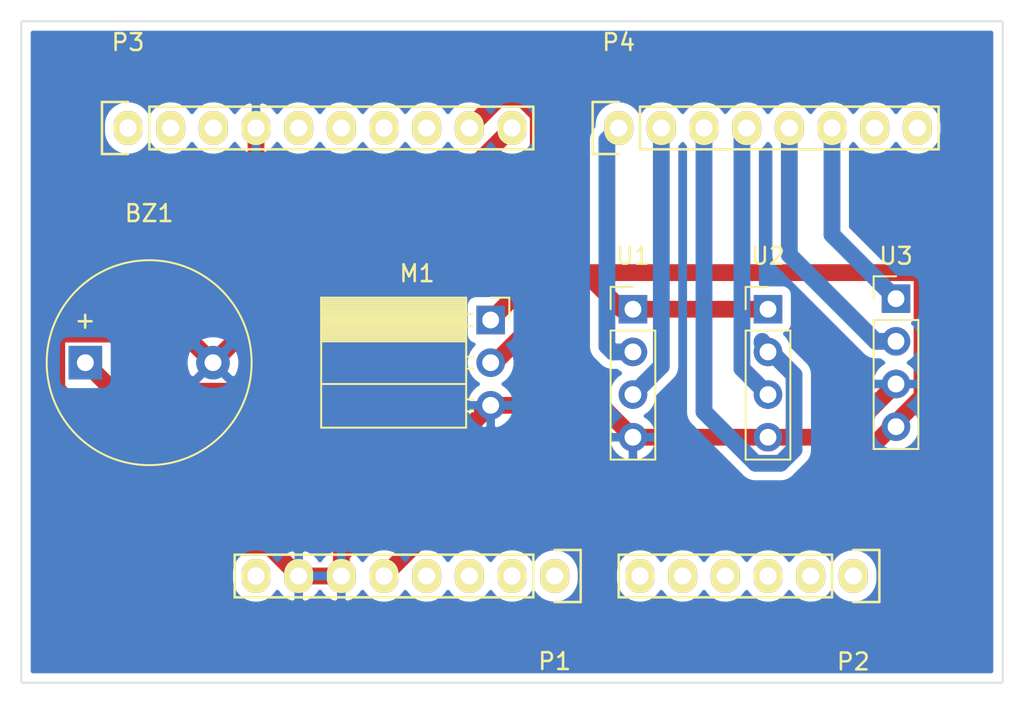
<source format=kicad_pcb>
(kicad_pcb (version 20171130) (host pcbnew "(5.1.10)-1")

  (general
    (thickness 1.6)
    (drawings 5)
    (tracks 57)
    (zones 0)
    (modules 9)
    (nets 31)
  )

  (page A4)
  (layers
    (0 F.Cu signal)
    (31 B.Cu signal)
    (32 B.Adhes user)
    (33 F.Adhes user)
    (34 B.Paste user)
    (35 F.Paste user)
    (36 B.SilkS user)
    (37 F.SilkS user)
    (38 B.Mask user)
    (39 F.Mask user)
    (40 Dwgs.User user)
    (41 Cmts.User user)
    (42 Eco1.User user)
    (43 Eco2.User user)
    (44 Edge.Cuts user)
    (45 Margin user)
    (46 B.CrtYd user)
    (47 F.CrtYd user)
    (48 B.Fab user)
    (49 F.Fab user)
  )

  (setup
    (last_trace_width 0.25)
    (user_trace_width 1)
    (user_trace_width 3)
    (trace_clearance 0.2)
    (zone_clearance 0.508)
    (zone_45_only no)
    (trace_min 0.2)
    (via_size 0.8)
    (via_drill 0.4)
    (via_min_size 0.4)
    (via_min_drill 0.3)
    (uvia_size 0.3)
    (uvia_drill 0.1)
    (uvias_allowed no)
    (uvia_min_size 0.2)
    (uvia_min_drill 0.1)
    (edge_width 0.1)
    (segment_width 0.2)
    (pcb_text_width 0.3)
    (pcb_text_size 1.5 1.5)
    (mod_edge_width 0.15)
    (mod_text_size 1 1)
    (mod_text_width 0.15)
    (pad_size 1.7272 2.032)
    (pad_drill 1.016)
    (pad_to_mask_clearance 0)
    (aux_axis_origin 0 0)
    (visible_elements 7FFFFFFF)
    (pcbplotparams
      (layerselection 0x010fc_ffffffff)
      (usegerberextensions false)
      (usegerberattributes true)
      (usegerberadvancedattributes true)
      (creategerberjobfile true)
      (excludeedgelayer true)
      (linewidth 0.100000)
      (plotframeref false)
      (viasonmask false)
      (mode 1)
      (useauxorigin false)
      (hpglpennumber 1)
      (hpglpenspeed 20)
      (hpglpendiameter 15.000000)
      (psnegative false)
      (psa4output false)
      (plotreference true)
      (plotvalue true)
      (plotinvisibletext false)
      (padsonsilk false)
      (subtractmaskfromsilk false)
      (outputformat 1)
      (mirror false)
      (drillshape 1)
      (scaleselection 1)
      (outputdirectory ""))
  )

  (net 0 "")
  (net 1 GND)
  (net 2 /8)
  (net 3 +5V)
  (net 4 +3V3)
  (net 5 "Net-(P1-Pad1)")
  (net 6 "/9(**)")
  (net 7 /2)
  (net 8 "/3(**)")
  (net 9 /4)
  (net 10 "/5(**)")
  (net 11 "/6(**)")
  (net 12 /7)
  (net 13 "Net-(P1-Pad3)")
  (net 14 "Net-(P1-Pad2)")
  (net 15 "Net-(P2-Pad1)")
  (net 16 "Net-(P2-Pad2)")
  (net 17 "Net-(P2-Pad3)")
  (net 18 "Net-(P2-Pad4)")
  (net 19 "Net-(P2-Pad5)")
  (net 20 "Net-(P2-Pad6)")
  (net 21 "Net-(P3-Pad1)")
  (net 22 "Net-(P3-Pad2)")
  (net 23 "Net-(P3-Pad3)")
  (net 24 "Net-(P3-Pad5)")
  (net 25 "Net-(P3-Pad6)")
  (net 26 "Net-(P3-Pad7)")
  (net 27 "Net-(P3-Pad8)")
  (net 28 "Net-(P4-Pad7)")
  (net 29 "Net-(P4-Pad8)")
  (net 30 "Net-(P1-Pad8)")

  (net_class Default "This is the default net class."
    (clearance 0.2)
    (trace_width 0.25)
    (via_dia 0.8)
    (via_drill 0.4)
    (uvia_dia 0.3)
    (uvia_drill 0.1)
    (add_net +3V3)
    (add_net +5V)
    (add_net /2)
    (add_net "/3(**)")
    (add_net /4)
    (add_net "/5(**)")
    (add_net "/6(**)")
    (add_net /7)
    (add_net /8)
    (add_net "/9(**)")
    (add_net GND)
    (add_net "Net-(P1-Pad1)")
    (add_net "Net-(P1-Pad2)")
    (add_net "Net-(P1-Pad3)")
    (add_net "Net-(P1-Pad8)")
    (add_net "Net-(P2-Pad1)")
    (add_net "Net-(P2-Pad2)")
    (add_net "Net-(P2-Pad3)")
    (add_net "Net-(P2-Pad4)")
    (add_net "Net-(P2-Pad5)")
    (add_net "Net-(P2-Pad6)")
    (add_net "Net-(P3-Pad1)")
    (add_net "Net-(P3-Pad2)")
    (add_net "Net-(P3-Pad3)")
    (add_net "Net-(P3-Pad5)")
    (add_net "Net-(P3-Pad6)")
    (add_net "Net-(P3-Pad7)")
    (add_net "Net-(P3-Pad8)")
    (add_net "Net-(P4-Pad7)")
    (add_net "Net-(P4-Pad8)")
  )

  (module Connector_PinHeader_2.54mm:PinHeader_1x04_P2.54mm_Vertical (layer F.Cu) (tedit 59FED5CC) (tstamp 6194BC2D)
    (at 93.98 82.55)
    (descr "Through hole straight pin header, 1x04, 2.54mm pitch, single row")
    (tags "Through hole pin header THT 1x04 2.54mm single row")
    (path /6184A1DB)
    (fp_text reference U3 (at 0 -2.54) (layer F.SilkS)
      (effects (font (size 1 1) (thickness 0.15)))
    )
    (fp_text value 5463BW (at 1.27 10.16) (layer F.Fab)
      (effects (font (size 1 1) (thickness 0.15)))
    )
    (fp_line (start -0.635 -1.27) (end 1.27 -1.27) (layer F.Fab) (width 0.1))
    (fp_line (start 1.27 -1.27) (end 1.27 8.89) (layer F.Fab) (width 0.1))
    (fp_line (start 1.27 8.89) (end -1.27 8.89) (layer F.Fab) (width 0.1))
    (fp_line (start -1.27 8.89) (end -1.27 -0.635) (layer F.Fab) (width 0.1))
    (fp_line (start -1.27 -0.635) (end -0.635 -1.27) (layer F.Fab) (width 0.1))
    (fp_line (start -1.33 8.95) (end 1.33 8.95) (layer F.SilkS) (width 0.12))
    (fp_line (start -1.33 1.27) (end -1.33 8.95) (layer F.SilkS) (width 0.12))
    (fp_line (start 1.33 1.27) (end 1.33 8.95) (layer F.SilkS) (width 0.12))
    (fp_line (start -1.33 1.27) (end 1.33 1.27) (layer F.SilkS) (width 0.12))
    (fp_line (start -1.33 0) (end -1.33 -1.33) (layer F.SilkS) (width 0.12))
    (fp_line (start -1.33 -1.33) (end 0 -1.33) (layer F.SilkS) (width 0.12))
    (fp_line (start -1.8 -1.8) (end -1.8 9.4) (layer F.CrtYd) (width 0.05))
    (fp_line (start -1.8 9.4) (end 1.8 9.4) (layer F.CrtYd) (width 0.05))
    (fp_line (start 1.8 9.4) (end 1.8 -1.8) (layer F.CrtYd) (width 0.05))
    (fp_line (start 1.8 -1.8) (end -1.8 -1.8) (layer F.CrtYd) (width 0.05))
    (fp_text user %R (at 0 3.81 90) (layer F.Fab)
      (effects (font (size 1 1) (thickness 0.15)))
    )
    (pad 4 thru_hole oval (at 0 7.62) (size 1.7 1.7) (drill 1) (layers *.Cu *.Mask)
      (net 3 +5V))
    (pad 3 thru_hole oval (at 0 5.08) (size 1.7 1.7) (drill 1) (layers *.Cu *.Mask)
      (net 1 GND))
    (pad 2 thru_hole oval (at 0 2.54) (size 1.7 1.7) (drill 1) (layers *.Cu *.Mask)
      (net 8 "/3(**)"))
    (pad 1 thru_hole rect (at 0 0) (size 1.7 1.7) (drill 1) (layers *.Cu *.Mask)
      (net 7 /2))
    (model ${KISYS3DMOD}/Connector_PinHeader_2.54mm.3dshapes/PinHeader_1x04_P2.54mm_Vertical.wrl
      (at (xyz 0 0 0))
      (scale (xyz 1 1 1))
      (rotate (xyz 0 0 0))
    )
  )

  (module Connector_PinHeader_2.54mm:PinHeader_1x04_P2.54mm_Vertical (layer F.Cu) (tedit 59FED5CC) (tstamp 6194BC15)
    (at 86.36 83.18)
    (descr "Through hole straight pin header, 1x04, 2.54mm pitch, single row")
    (tags "Through hole pin header THT 1x04 2.54mm single row")
    (path /61999ED2)
    (fp_text reference U2 (at 0 -3.17) (layer F.SilkS)
      (effects (font (size 1 1) (thickness 0.15)))
    )
    (fp_text value Ultrasonic (at 0 9.95) (layer F.Fab)
      (effects (font (size 1 1) (thickness 0.15)))
    )
    (fp_line (start -0.635 -1.27) (end 1.27 -1.27) (layer F.Fab) (width 0.1))
    (fp_line (start 1.27 -1.27) (end 1.27 8.89) (layer F.Fab) (width 0.1))
    (fp_line (start 1.27 8.89) (end -1.27 8.89) (layer F.Fab) (width 0.1))
    (fp_line (start -1.27 8.89) (end -1.27 -0.635) (layer F.Fab) (width 0.1))
    (fp_line (start -1.27 -0.635) (end -0.635 -1.27) (layer F.Fab) (width 0.1))
    (fp_line (start -1.33 8.95) (end 1.33 8.95) (layer F.SilkS) (width 0.12))
    (fp_line (start -1.33 1.27) (end -1.33 8.95) (layer F.SilkS) (width 0.12))
    (fp_line (start 1.33 1.27) (end 1.33 8.95) (layer F.SilkS) (width 0.12))
    (fp_line (start -1.33 1.27) (end 1.33 1.27) (layer F.SilkS) (width 0.12))
    (fp_line (start -1.33 0) (end -1.33 -1.33) (layer F.SilkS) (width 0.12))
    (fp_line (start -1.33 -1.33) (end 0 -1.33) (layer F.SilkS) (width 0.12))
    (fp_line (start -1.8 -1.8) (end -1.8 9.4) (layer F.CrtYd) (width 0.05))
    (fp_line (start -1.8 9.4) (end 1.8 9.4) (layer F.CrtYd) (width 0.05))
    (fp_line (start 1.8 9.4) (end 1.8 -1.8) (layer F.CrtYd) (width 0.05))
    (fp_line (start 1.8 -1.8) (end -1.8 -1.8) (layer F.CrtYd) (width 0.05))
    (fp_text user %R (at 0 3.81 90) (layer F.Fab)
      (effects (font (size 1 1) (thickness 0.15)))
    )
    (pad 4 thru_hole oval (at 0 7.62) (size 1.7 1.7) (drill 1) (layers *.Cu *.Mask)
      (net 1 GND))
    (pad 3 thru_hole oval (at 0 5.08) (size 1.7 1.7) (drill 1) (layers *.Cu *.Mask)
      (net 9 /4))
    (pad 2 thru_hole oval (at 0 2.54) (size 1.7 1.7) (drill 1) (layers *.Cu *.Mask)
      (net 10 "/5(**)"))
    (pad 1 thru_hole rect (at 0 0) (size 1.7 1.7) (drill 1) (layers *.Cu *.Mask)
      (net 3 +5V))
    (model ${KISYS3DMOD}/Connector_PinHeader_2.54mm.3dshapes/PinHeader_1x04_P2.54mm_Vertical.wrl
      (at (xyz 0 0 0))
      (scale (xyz 1 1 1))
      (rotate (xyz 0 0 0))
    )
  )

  (module Connector_PinHeader_2.54mm:PinHeader_1x04_P2.54mm_Vertical (layer F.Cu) (tedit 59FED5CC) (tstamp 6194BBFD)
    (at 78.32 83.18)
    (descr "Through hole straight pin header, 1x04, 2.54mm pitch, single row")
    (tags "Through hole pin header THT 1x04 2.54mm single row")
    (path /619992C1)
    (fp_text reference U1 (at 0 -3.17) (layer F.SilkS)
      (effects (font (size 1 1) (thickness 0.15)))
    )
    (fp_text value Ultrasonic (at 0 9.95) (layer F.Fab)
      (effects (font (size 1 1) (thickness 0.15)))
    )
    (fp_line (start -0.635 -1.27) (end 1.27 -1.27) (layer F.Fab) (width 0.1))
    (fp_line (start 1.27 -1.27) (end 1.27 8.89) (layer F.Fab) (width 0.1))
    (fp_line (start 1.27 8.89) (end -1.27 8.89) (layer F.Fab) (width 0.1))
    (fp_line (start -1.27 8.89) (end -1.27 -0.635) (layer F.Fab) (width 0.1))
    (fp_line (start -1.27 -0.635) (end -0.635 -1.27) (layer F.Fab) (width 0.1))
    (fp_line (start -1.33 8.95) (end 1.33 8.95) (layer F.SilkS) (width 0.12))
    (fp_line (start -1.33 1.27) (end -1.33 8.95) (layer F.SilkS) (width 0.12))
    (fp_line (start 1.33 1.27) (end 1.33 8.95) (layer F.SilkS) (width 0.12))
    (fp_line (start -1.33 1.27) (end 1.33 1.27) (layer F.SilkS) (width 0.12))
    (fp_line (start -1.33 0) (end -1.33 -1.33) (layer F.SilkS) (width 0.12))
    (fp_line (start -1.33 -1.33) (end 0 -1.33) (layer F.SilkS) (width 0.12))
    (fp_line (start -1.8 -1.8) (end -1.8 9.4) (layer F.CrtYd) (width 0.05))
    (fp_line (start -1.8 9.4) (end 1.8 9.4) (layer F.CrtYd) (width 0.05))
    (fp_line (start 1.8 9.4) (end 1.8 -1.8) (layer F.CrtYd) (width 0.05))
    (fp_line (start 1.8 -1.8) (end -1.8 -1.8) (layer F.CrtYd) (width 0.05))
    (fp_text user %R (at 0 3.81 90) (layer F.Fab)
      (effects (font (size 1 1) (thickness 0.15)))
    )
    (pad 4 thru_hole oval (at 0 7.62) (size 1.7 1.7) (drill 1) (layers *.Cu *.Mask)
      (net 1 GND))
    (pad 3 thru_hole oval (at 0 5.08) (size 1.7 1.7) (drill 1) (layers *.Cu *.Mask)
      (net 11 "/6(**)"))
    (pad 2 thru_hole oval (at 0 2.54) (size 1.7 1.7) (drill 1) (layers *.Cu *.Mask)
      (net 12 /7))
    (pad 1 thru_hole rect (at 0 0) (size 1.7 1.7) (drill 1) (layers *.Cu *.Mask)
      (net 3 +5V))
    (model ${KISYS3DMOD}/Connector_PinHeader_2.54mm.3dshapes/PinHeader_1x04_P2.54mm_Vertical.wrl
      (at (xyz 0 0 0))
      (scale (xyz 1 1 1))
      (rotate (xyz 0 0 0))
    )
  )

  (module Socket_Arduino_Uno:Socket_Strip_Arduino_1x08 (layer F.Cu) (tedit 551AF8B3) (tstamp 6194BBE5)
    (at 77.47 72.39)
    (descr "Through hole socket strip")
    (tags "socket strip")
    (path /56D7164F)
    (fp_text reference P4 (at 0 -5.1) (layer F.SilkS)
      (effects (font (size 1 1) (thickness 0.15)))
    )
    (fp_text value Digital (at 0 -3.1) (layer F.Fab)
      (effects (font (size 1 1) (thickness 0.15)))
    )
    (fp_line (start -1.75 -1.75) (end -1.75 1.75) (layer F.CrtYd) (width 0.05))
    (fp_line (start 19.55 -1.75) (end 19.55 1.75) (layer F.CrtYd) (width 0.05))
    (fp_line (start -1.75 -1.75) (end 19.55 -1.75) (layer F.CrtYd) (width 0.05))
    (fp_line (start -1.75 1.75) (end 19.55 1.75) (layer F.CrtYd) (width 0.05))
    (fp_line (start 1.27 1.27) (end 19.05 1.27) (layer F.SilkS) (width 0.15))
    (fp_line (start 19.05 1.27) (end 19.05 -1.27) (layer F.SilkS) (width 0.15))
    (fp_line (start 19.05 -1.27) (end 1.27 -1.27) (layer F.SilkS) (width 0.15))
    (fp_line (start -1.55 1.55) (end 0 1.55) (layer F.SilkS) (width 0.15))
    (fp_line (start 1.27 1.27) (end 1.27 -1.27) (layer F.SilkS) (width 0.15))
    (fp_line (start 0 -1.55) (end -1.55 -1.55) (layer F.SilkS) (width 0.15))
    (fp_line (start -1.55 -1.55) (end -1.55 1.55) (layer F.SilkS) (width 0.15))
    (pad 8 thru_hole oval (at 17.78 0) (size 1.7272 2.032) (drill 1.016) (layers *.Cu *.Mask F.SilkS)
      (net 29 "Net-(P4-Pad8)"))
    (pad 7 thru_hole oval (at 15.24 0) (size 1.7272 2.032) (drill 1.016) (layers *.Cu *.Mask F.SilkS)
      (net 28 "Net-(P4-Pad7)"))
    (pad 6 thru_hole oval (at 12.7 0) (size 1.7272 2.032) (drill 1.016) (layers *.Cu *.Mask F.SilkS)
      (net 7 /2))
    (pad 5 thru_hole oval (at 10.16 0) (size 1.7272 2.032) (drill 1.016) (layers *.Cu *.Mask F.SilkS)
      (net 8 "/3(**)"))
    (pad 4 thru_hole oval (at 7.62 0) (size 1.7272 2.032) (drill 1.016) (layers *.Cu *.Mask F.SilkS)
      (net 9 /4))
    (pad 3 thru_hole oval (at 5.08 0) (size 1.7272 2.032) (drill 1.016) (layers *.Cu *.Mask F.SilkS)
      (net 10 "/5(**)"))
    (pad 2 thru_hole oval (at 2.54 0) (size 1.7272 2.032) (drill 1.016) (layers *.Cu *.Mask F.SilkS)
      (net 11 "/6(**)"))
    (pad 1 thru_hole oval (at 0 0) (size 1.7272 2.032) (drill 1.016) (layers *.Cu *.Mask F.SilkS)
      (net 12 /7))
    (model ${KIPRJMOD}/Socket_Arduino_Uno.3dshapes/Socket_header_Arduino_1x08.wrl
      (offset (xyz 8.889999866485596 0 0))
      (scale (xyz 1 1 1))
      (rotate (xyz 0 0 180))
    )
  )

  (module Socket_Arduino_Uno:Socket_Strip_Arduino_1x10 (layer F.Cu) (tedit 551AF8D9) (tstamp 6194BBCE)
    (at 48.26 72.39)
    (descr "Through hole socket strip")
    (tags "socket strip")
    (path /56D721E0)
    (fp_text reference P3 (at 0 -5.1) (layer F.SilkS)
      (effects (font (size 1 1) (thickness 0.15)))
    )
    (fp_text value Digital (at 0 -3.1) (layer F.Fab)
      (effects (font (size 1 1) (thickness 0.15)))
    )
    (fp_line (start -1.75 -1.75) (end -1.75 1.75) (layer F.CrtYd) (width 0.05))
    (fp_line (start 24.65 -1.75) (end 24.65 1.75) (layer F.CrtYd) (width 0.05))
    (fp_line (start -1.75 -1.75) (end 24.65 -1.75) (layer F.CrtYd) (width 0.05))
    (fp_line (start -1.75 1.75) (end 24.65 1.75) (layer F.CrtYd) (width 0.05))
    (fp_line (start 1.27 1.27) (end 24.13 1.27) (layer F.SilkS) (width 0.15))
    (fp_line (start 24.13 1.27) (end 24.13 -1.27) (layer F.SilkS) (width 0.15))
    (fp_line (start 24.13 -1.27) (end 1.27 -1.27) (layer F.SilkS) (width 0.15))
    (fp_line (start -1.55 1.55) (end 0 1.55) (layer F.SilkS) (width 0.15))
    (fp_line (start 1.27 1.27) (end 1.27 -1.27) (layer F.SilkS) (width 0.15))
    (fp_line (start 0 -1.55) (end -1.55 -1.55) (layer F.SilkS) (width 0.15))
    (fp_line (start -1.55 -1.55) (end -1.55 1.55) (layer F.SilkS) (width 0.15))
    (pad 10 thru_hole oval (at 22.86 0) (size 1.7272 2.032) (drill 1.016) (layers *.Cu *.Mask F.SilkS)
      (net 2 /8))
    (pad 9 thru_hole oval (at 20.32 0) (size 1.7272 2.032) (drill 1.016) (layers *.Cu *.Mask F.SilkS)
      (net 6 "/9(**)"))
    (pad 8 thru_hole oval (at 17.78 0) (size 1.7272 2.032) (drill 1.016) (layers *.Cu *.Mask F.SilkS)
      (net 27 "Net-(P3-Pad8)"))
    (pad 7 thru_hole oval (at 15.24 0) (size 1.7272 2.032) (drill 1.016) (layers *.Cu *.Mask F.SilkS)
      (net 26 "Net-(P3-Pad7)"))
    (pad 6 thru_hole oval (at 12.7 0) (size 1.7272 2.032) (drill 1.016) (layers *.Cu *.Mask F.SilkS)
      (net 25 "Net-(P3-Pad6)"))
    (pad 5 thru_hole oval (at 10.16 0) (size 1.7272 2.032) (drill 1.016) (layers *.Cu *.Mask F.SilkS)
      (net 24 "Net-(P3-Pad5)"))
    (pad 4 thru_hole oval (at 7.62 0) (size 1.7272 2.032) (drill 1.016) (layers *.Cu *.Mask F.SilkS)
      (net 1 GND))
    (pad 3 thru_hole oval (at 5.08 0) (size 1.7272 2.032) (drill 1.016) (layers *.Cu *.Mask F.SilkS)
      (net 23 "Net-(P3-Pad3)"))
    (pad 2 thru_hole oval (at 2.54 0) (size 1.7272 2.032) (drill 1.016) (layers *.Cu *.Mask F.SilkS)
      (net 22 "Net-(P3-Pad2)"))
    (pad 1 thru_hole oval (at 0 0) (size 1.7272 2.032) (drill 1.016) (layers *.Cu *.Mask F.SilkS)
      (net 21 "Net-(P3-Pad1)"))
    (model ${KIPRJMOD}/Socket_Arduino_Uno.3dshapes/Socket_header_Arduino_1x10.wrl
      (offset (xyz 11.42999982833862 0 0))
      (scale (xyz 1 1 1))
      (rotate (xyz 0 0 180))
    )
  )

  (module Socket_Arduino_Uno:Socket_Strip_Arduino_1x06 (layer F.Cu) (tedit 551AF7D9) (tstamp 6194BBB5)
    (at 91.44 99.06 180)
    (descr "Through hole socket strip")
    (tags "socket strip")
    (path /56D70DD8)
    (fp_text reference P2 (at 0 -5.1) (layer F.SilkS)
      (effects (font (size 1 1) (thickness 0.15)))
    )
    (fp_text value Analog (at 0 -3.1) (layer F.Fab)
      (effects (font (size 1 1) (thickness 0.15)))
    )
    (fp_line (start -1.75 -1.75) (end -1.75 1.75) (layer F.CrtYd) (width 0.05))
    (fp_line (start 14.45 -1.75) (end 14.45 1.75) (layer F.CrtYd) (width 0.05))
    (fp_line (start -1.75 -1.75) (end 14.45 -1.75) (layer F.CrtYd) (width 0.05))
    (fp_line (start -1.75 1.75) (end 14.45 1.75) (layer F.CrtYd) (width 0.05))
    (fp_line (start 1.27 1.27) (end 13.97 1.27) (layer F.SilkS) (width 0.15))
    (fp_line (start 13.97 1.27) (end 13.97 -1.27) (layer F.SilkS) (width 0.15))
    (fp_line (start 13.97 -1.27) (end 1.27 -1.27) (layer F.SilkS) (width 0.15))
    (fp_line (start -1.55 1.55) (end 0 1.55) (layer F.SilkS) (width 0.15))
    (fp_line (start 1.27 1.27) (end 1.27 -1.27) (layer F.SilkS) (width 0.15))
    (fp_line (start 0 -1.55) (end -1.55 -1.55) (layer F.SilkS) (width 0.15))
    (fp_line (start -1.55 -1.55) (end -1.55 1.55) (layer F.SilkS) (width 0.15))
    (pad 6 thru_hole oval (at 12.7 0 180) (size 1.7272 2.032) (drill 1.016) (layers *.Cu *.Mask F.SilkS)
      (net 20 "Net-(P2-Pad6)"))
    (pad 5 thru_hole oval (at 10.16 0 180) (size 1.7272 2.032) (drill 1.016) (layers *.Cu *.Mask F.SilkS)
      (net 19 "Net-(P2-Pad5)"))
    (pad 4 thru_hole oval (at 7.62 0 180) (size 1.7272 2.032) (drill 1.016) (layers *.Cu *.Mask F.SilkS)
      (net 18 "Net-(P2-Pad4)"))
    (pad 3 thru_hole oval (at 5.08 0 180) (size 1.7272 2.032) (drill 1.016) (layers *.Cu *.Mask F.SilkS)
      (net 17 "Net-(P2-Pad3)"))
    (pad 2 thru_hole oval (at 2.54 0 180) (size 1.7272 2.032) (drill 1.016) (layers *.Cu *.Mask F.SilkS)
      (net 16 "Net-(P2-Pad2)"))
    (pad 1 thru_hole oval (at 0 0 180) (size 1.7272 2.032) (drill 1.016) (layers *.Cu *.Mask F.SilkS)
      (net 15 "Net-(P2-Pad1)"))
    (model ${KIPRJMOD}/Socket_Arduino_Uno.3dshapes/Socket_header_Arduino_1x06.wrl
      (offset (xyz 6.349999904632568 0 0))
      (scale (xyz 1 1 1))
      (rotate (xyz 0 0 180))
    )
  )

  (module Socket_Arduino_Uno:Socket_Strip_Arduino_1x08 (layer F.Cu) (tedit 551AF8B3) (tstamp 6194BBA0)
    (at 73.66 99.06 180)
    (descr "Through hole socket strip")
    (tags "socket strip")
    (path /56D70129)
    (fp_text reference P1 (at 0 -5.08) (layer F.SilkS)
      (effects (font (size 1 1) (thickness 0.15)))
    )
    (fp_text value Power (at 0 -3.1) (layer F.Fab)
      (effects (font (size 1 1) (thickness 0.15)))
    )
    (fp_line (start -1.75 -1.75) (end -1.75 1.75) (layer F.CrtYd) (width 0.05))
    (fp_line (start 19.55 -1.75) (end 19.55 1.75) (layer F.CrtYd) (width 0.05))
    (fp_line (start -1.75 -1.75) (end 19.55 -1.75) (layer F.CrtYd) (width 0.05))
    (fp_line (start -1.75 1.75) (end 19.55 1.75) (layer F.CrtYd) (width 0.05))
    (fp_line (start 1.27 1.27) (end 19.05 1.27) (layer F.SilkS) (width 0.15))
    (fp_line (start 19.05 1.27) (end 19.05 -1.27) (layer F.SilkS) (width 0.15))
    (fp_line (start 19.05 -1.27) (end 1.27 -1.27) (layer F.SilkS) (width 0.15))
    (fp_line (start -1.55 1.55) (end 0 1.55) (layer F.SilkS) (width 0.15))
    (fp_line (start 1.27 1.27) (end 1.27 -1.27) (layer F.SilkS) (width 0.15))
    (fp_line (start 0 -1.55) (end -1.55 -1.55) (layer F.SilkS) (width 0.15))
    (fp_line (start -1.55 -1.55) (end -1.55 1.55) (layer F.SilkS) (width 0.15))
    (pad 8 thru_hole oval (at 17.78 0 180) (size 1.7272 2.032) (drill 1.016) (layers *.Cu *.Mask F.SilkS)
      (net 30 "Net-(P1-Pad8)"))
    (pad 7 thru_hole oval (at 15.24 0 180) (size 1.7272 2.032) (drill 1.016) (layers *.Cu *.Mask F.SilkS)
      (net 1 GND))
    (pad 6 thru_hole oval (at 12.7 0 180) (size 1.7272 2.032) (drill 1.016) (layers *.Cu *.Mask F.SilkS)
      (net 1 GND))
    (pad 5 thru_hole oval (at 10.16 0 180) (size 1.7272 2.032) (drill 1.016) (layers *.Cu *.Mask F.SilkS)
      (net 3 +5V))
    (pad 4 thru_hole oval (at 7.62 0 180) (size 1.7272 2.032) (drill 1.016) (layers *.Cu *.Mask F.SilkS)
      (net 4 +3V3))
    (pad 3 thru_hole oval (at 5.08 0 180) (size 1.7272 2.032) (drill 1.016) (layers *.Cu *.Mask F.SilkS)
      (net 13 "Net-(P1-Pad3)"))
    (pad 2 thru_hole oval (at 2.54 0 180) (size 1.7272 2.032) (drill 1.016) (layers *.Cu *.Mask F.SilkS)
      (net 14 "Net-(P1-Pad2)"))
    (pad 1 thru_hole oval (at 0 0 180) (size 1.7272 2.032) (drill 1.016) (layers *.Cu *.Mask F.SilkS)
      (net 5 "Net-(P1-Pad1)"))
    (model ${KIPRJMOD}/Socket_Arduino_Uno.3dshapes/Socket_header_Arduino_1x08.wrl
      (offset (xyz 8.889999866485596 0 0))
      (scale (xyz 1 1 1))
      (rotate (xyz 0 0 180))
    )
  )

  (module Connector_PinSocket_2.54mm:PinSocket_1x03_P2.54mm_Horizontal (layer F.Cu) (tedit 5A19A429) (tstamp 6194BB89)
    (at 69.85 83.82)
    (descr "Through hole angled socket strip, 1x03, 2.54mm pitch, 8.51mm socket length, single row (from Kicad 4.0.7), script generated")
    (tags "Through hole angled socket strip THT 1x03 2.54mm single row")
    (path /61843C85)
    (fp_text reference M1 (at -4.38 -2.77) (layer F.SilkS)
      (effects (font (size 1 1) (thickness 0.15)))
    )
    (fp_text value Motor_Servo (at -4.38 7.85) (layer F.Fab)
      (effects (font (size 1 1) (thickness 0.15)))
    )
    (fp_line (start -10.03 -1.27) (end -2.49 -1.27) (layer F.Fab) (width 0.1))
    (fp_line (start -2.49 -1.27) (end -1.52 -0.3) (layer F.Fab) (width 0.1))
    (fp_line (start -1.52 -0.3) (end -1.52 6.35) (layer F.Fab) (width 0.1))
    (fp_line (start -1.52 6.35) (end -10.03 6.35) (layer F.Fab) (width 0.1))
    (fp_line (start -10.03 6.35) (end -10.03 -1.27) (layer F.Fab) (width 0.1))
    (fp_line (start 0 -0.3) (end -1.52 -0.3) (layer F.Fab) (width 0.1))
    (fp_line (start -1.52 0.3) (end 0 0.3) (layer F.Fab) (width 0.1))
    (fp_line (start 0 0.3) (end 0 -0.3) (layer F.Fab) (width 0.1))
    (fp_line (start 0 2.24) (end -1.52 2.24) (layer F.Fab) (width 0.1))
    (fp_line (start -1.52 2.84) (end 0 2.84) (layer F.Fab) (width 0.1))
    (fp_line (start 0 2.84) (end 0 2.24) (layer F.Fab) (width 0.1))
    (fp_line (start 0 4.78) (end -1.52 4.78) (layer F.Fab) (width 0.1))
    (fp_line (start -1.52 5.38) (end 0 5.38) (layer F.Fab) (width 0.1))
    (fp_line (start 0 5.38) (end 0 4.78) (layer F.Fab) (width 0.1))
    (fp_line (start -10.09 -1.21) (end -1.46 -1.21) (layer F.SilkS) (width 0.12))
    (fp_line (start -10.09 -1.091905) (end -1.46 -1.091905) (layer F.SilkS) (width 0.12))
    (fp_line (start -10.09 -0.97381) (end -1.46 -0.97381) (layer F.SilkS) (width 0.12))
    (fp_line (start -10.09 -0.855715) (end -1.46 -0.855715) (layer F.SilkS) (width 0.12))
    (fp_line (start -10.09 -0.73762) (end -1.46 -0.73762) (layer F.SilkS) (width 0.12))
    (fp_line (start -10.09 -0.619525) (end -1.46 -0.619525) (layer F.SilkS) (width 0.12))
    (fp_line (start -10.09 -0.50143) (end -1.46 -0.50143) (layer F.SilkS) (width 0.12))
    (fp_line (start -10.09 -0.383335) (end -1.46 -0.383335) (layer F.SilkS) (width 0.12))
    (fp_line (start -10.09 -0.26524) (end -1.46 -0.26524) (layer F.SilkS) (width 0.12))
    (fp_line (start -10.09 -0.147145) (end -1.46 -0.147145) (layer F.SilkS) (width 0.12))
    (fp_line (start -10.09 -0.02905) (end -1.46 -0.02905) (layer F.SilkS) (width 0.12))
    (fp_line (start -10.09 0.089045) (end -1.46 0.089045) (layer F.SilkS) (width 0.12))
    (fp_line (start -10.09 0.20714) (end -1.46 0.20714) (layer F.SilkS) (width 0.12))
    (fp_line (start -10.09 0.325235) (end -1.46 0.325235) (layer F.SilkS) (width 0.12))
    (fp_line (start -10.09 0.44333) (end -1.46 0.44333) (layer F.SilkS) (width 0.12))
    (fp_line (start -10.09 0.561425) (end -1.46 0.561425) (layer F.SilkS) (width 0.12))
    (fp_line (start -10.09 0.67952) (end -1.46 0.67952) (layer F.SilkS) (width 0.12))
    (fp_line (start -10.09 0.797615) (end -1.46 0.797615) (layer F.SilkS) (width 0.12))
    (fp_line (start -10.09 0.91571) (end -1.46 0.91571) (layer F.SilkS) (width 0.12))
    (fp_line (start -10.09 1.033805) (end -1.46 1.033805) (layer F.SilkS) (width 0.12))
    (fp_line (start -10.09 1.1519) (end -1.46 1.1519) (layer F.SilkS) (width 0.12))
    (fp_line (start -1.46 -0.36) (end -1.11 -0.36) (layer F.SilkS) (width 0.12))
    (fp_line (start -1.46 0.36) (end -1.11 0.36) (layer F.SilkS) (width 0.12))
    (fp_line (start -1.46 2.18) (end -1.05 2.18) (layer F.SilkS) (width 0.12))
    (fp_line (start -1.46 2.9) (end -1.05 2.9) (layer F.SilkS) (width 0.12))
    (fp_line (start -1.46 4.72) (end -1.05 4.72) (layer F.SilkS) (width 0.12))
    (fp_line (start -1.46 5.44) (end -1.05 5.44) (layer F.SilkS) (width 0.12))
    (fp_line (start -10.09 1.27) (end -1.46 1.27) (layer F.SilkS) (width 0.12))
    (fp_line (start -10.09 3.81) (end -1.46 3.81) (layer F.SilkS) (width 0.12))
    (fp_line (start -10.09 -1.33) (end -1.46 -1.33) (layer F.SilkS) (width 0.12))
    (fp_line (start -1.46 -1.33) (end -1.46 6.41) (layer F.SilkS) (width 0.12))
    (fp_line (start -10.09 6.41) (end -1.46 6.41) (layer F.SilkS) (width 0.12))
    (fp_line (start -10.09 -1.33) (end -10.09 6.41) (layer F.SilkS) (width 0.12))
    (fp_line (start 1.11 -1.33) (end 1.11 0) (layer F.SilkS) (width 0.12))
    (fp_line (start 0 -1.33) (end 1.11 -1.33) (layer F.SilkS) (width 0.12))
    (fp_line (start 1.75 -1.8) (end -10.55 -1.8) (layer F.CrtYd) (width 0.05))
    (fp_line (start -10.55 -1.8) (end -10.55 6.85) (layer F.CrtYd) (width 0.05))
    (fp_line (start -10.55 6.85) (end 1.75 6.85) (layer F.CrtYd) (width 0.05))
    (fp_line (start 1.75 6.85) (end 1.75 -1.8) (layer F.CrtYd) (width 0.05))
    (fp_text user %R (at -5.775 2.54) (layer F.Fab)
      (effects (font (size 1 1) (thickness 0.15)))
    )
    (pad 3 thru_hole oval (at 0 5.08) (size 1.7 1.7) (drill 1) (layers *.Cu *.Mask)
      (net 1 GND))
    (pad 2 thru_hole oval (at 0 2.54) (size 1.7 1.7) (drill 1) (layers *.Cu *.Mask)
      (net 3 +5V))
    (pad 1 thru_hole rect (at 0 0) (size 1.7 1.7) (drill 1) (layers *.Cu *.Mask)
      (net 6 "/9(**)"))
    (model ${KISYS3DMOD}/Connector_PinSocket_2.54mm.3dshapes/PinSocket_1x03_P2.54mm_Horizontal.wrl
      (at (xyz 0 0 0))
      (scale (xyz 1 1 1))
      (rotate (xyz 0 0 0))
    )
  )

  (module Buzzer_Beeper:Buzzer_12x9.5RM7.6 (layer F.Cu) (tedit 5A030281) (tstamp 6194BB4C)
    (at 45.72 86.36)
    (descr "Generic Buzzer, D12mm height 9.5mm with RM7.6mm")
    (tags buzzer)
    (path /61843145)
    (fp_text reference BZ1 (at 3.8 -8.89) (layer F.SilkS)
      (effects (font (size 1 1) (thickness 0.15)))
    )
    (fp_text value Buzzer (at 3.81 -7.62) (layer F.Fab)
      (effects (font (size 1 1) (thickness 0.15)))
    )
    (fp_circle (center 3.8 0) (end 10.05 0) (layer F.CrtYd) (width 0.05))
    (fp_circle (center 3.8 0) (end 9.8 0) (layer F.Fab) (width 0.1))
    (fp_circle (center 3.8 0) (end 4.8 0) (layer F.Fab) (width 0.1))
    (fp_circle (center 3.8 0) (end 9.9 0) (layer F.SilkS) (width 0.12))
    (fp_text user %R (at 3.8 -4) (layer F.Fab)
      (effects (font (size 1 1) (thickness 0.15)))
    )
    (fp_text user + (at -0.01 -2.54) (layer F.SilkS)
      (effects (font (size 1 1) (thickness 0.15)))
    )
    (fp_text user + (at -0.01 -2.54) (layer F.Fab)
      (effects (font (size 1 1) (thickness 0.15)))
    )
    (pad 2 thru_hole circle (at 7.6 0) (size 2 2) (drill 1) (layers *.Cu *.Mask)
      (net 1 GND))
    (pad 1 thru_hole rect (at 0 0) (size 2 2) (drill 1) (layers *.Cu *.Mask)
      (net 2 /8))
    (model ${KISYS3DMOD}/Buzzer_Beeper.3dshapes/Buzzer_12x9.5RM7.6.wrl
      (at (xyz 0 0 0))
      (scale (xyz 1 1 1))
      (rotate (xyz 0 0 0))
    )
  )

  (gr_text "ECE 411\nTeam 13\nR.C.A\nV.2\n11/17/21\n" (at 46.99 100.33) (layer Dwgs.User)
    (effects (font (size 1 1) (thickness 0.15)))
  )
  (gr_line (start 100.33 66.04) (end 41.91 66.04) (layer Edge.Cuts) (width 0.1) (tstamp 6194C593))
  (gr_line (start 41.91 105.41) (end 41.91 66.04) (layer Edge.Cuts) (width 0.1))
  (gr_line (start 100.33 105.41) (end 41.91 105.41) (layer Edge.Cuts) (width 0.1))
  (gr_line (start 100.33 66.04) (end 100.33 105.41) (layer Edge.Cuts) (width 0.1))

  (segment (start 55.88 83.8) (end 53.32 86.36) (width 1) (layer F.Cu) (net 1))
  (segment (start 55.88 72.39) (end 55.88 83.8) (width 1) (layer F.Cu) (net 1))
  (segment (start 53.443988 97.34399) (end 56.70399 97.34399) (width 1) (layer F.Cu) (net 1))
  (segment (start 44.019999 87.920001) (end 53.443988 97.34399) (width 1) (layer F.Cu) (net 1))
  (segment (start 44.019999 84.799999) (end 44.019999 87.920001) (width 1) (layer F.Cu) (net 1))
  (segment (start 44.159999 84.659999) (end 44.019999 84.799999) (width 1) (layer F.Cu) (net 1))
  (segment (start 51.619999 84.659999) (end 44.159999 84.659999) (width 1) (layer F.Cu) (net 1))
  (segment (start 56.70399 97.34399) (end 58.42 99.06) (width 1) (layer F.Cu) (net 1))
  (segment (start 53.32 86.36) (end 51.619999 84.659999) (width 1) (layer F.Cu) (net 1))
  (segment (start 58.42 99.06) (end 60.96 99.06) (width 1) (layer F.Cu) (net 1))
  (segment (start 60.96 97.79) (end 69.85 88.9) (width 1) (layer F.Cu) (net 1))
  (segment (start 60.96 99.06) (end 60.96 97.79) (width 1) (layer F.Cu) (net 1))
  (segment (start 76.42 88.9) (end 78.32 90.8) (width 1) (layer F.Cu) (net 1))
  (segment (start 69.85 88.9) (end 76.42 88.9) (width 1) (layer F.Cu) (net 1))
  (segment (start 78.32 90.8) (end 86.36 90.8) (width 1) (layer F.Cu) (net 1))
  (segment (start 90.81 90.8) (end 93.98 87.63) (width 1) (layer F.Cu) (net 1))
  (segment (start 86.36 90.8) (end 90.81 90.8) (width 1) (layer F.Cu) (net 1))
  (segment (start 55.449999 88.060001) (end 71.12 72.39) (width 1) (layer F.Cu) (net 2))
  (segment (start 47.420001 88.060001) (end 55.449999 88.060001) (width 1) (layer F.Cu) (net 2))
  (segment (start 45.72 86.36) (end 47.420001 88.060001) (width 1) (layer F.Cu) (net 2))
  (segment (start 70.095998 86.36) (end 69.85 86.36) (width 1) (layer F.Cu) (net 3))
  (segment (start 75.455999 80.999999) (end 70.095998 86.36) (width 1) (layer F.Cu) (net 3))
  (segment (start 95.390001 80.999999) (end 75.455999 80.999999) (width 1) (layer F.Cu) (net 3))
  (segment (start 86.956932 96.94707) (end 95.530001 88.374001) (width 1) (layer F.Cu) (net 3))
  (segment (start 65.61293 96.94707) (end 86.956932 96.94707) (width 1) (layer F.Cu) (net 3))
  (segment (start 95.530001 81.139999) (end 95.390001 80.999999) (width 1) (layer F.Cu) (net 3))
  (segment (start 63.5 99.06) (end 65.61293 96.94707) (width 1) (layer F.Cu) (net 3))
  (segment (start 77.636 83.18) (end 75.455999 80.999999) (width 1) (layer F.Cu) (net 3))
  (segment (start 78.32 83.18) (end 77.636 83.18) (width 1) (layer F.Cu) (net 3))
  (segment (start 86.36 83.18) (end 78.32 83.18) (width 1) (layer F.Cu) (net 3))
  (segment (start 95.530001 88.374001) (end 95.530001 81.139999) (width 1) (layer F.Cu) (net 3))
  (segment (start 72.68361 80.98639) (end 69.85 83.82) (width 1) (layer F.Cu) (net 6))
  (segment (start 72.68361 71.589932) (end 72.68361 80.98639) (width 1) (layer F.Cu) (net 6))
  (segment (start 71.767668 70.67399) (end 72.68361 71.589932) (width 1) (layer F.Cu) (net 6))
  (segment (start 70.29601 70.67399) (end 71.767668 70.67399) (width 1) (layer F.Cu) (net 6))
  (segment (start 68.58 72.39) (end 70.29601 70.67399) (width 1) (layer F.Cu) (net 6))
  (segment (start 90.17 78.74) (end 93.98 82.55) (width 1) (layer B.Cu) (net 7))
  (segment (start 90.17 72.39) (end 90.17 78.74) (width 1) (layer B.Cu) (net 7))
  (segment (start 92.777919 85.09) (end 93.98 85.09) (width 1) (layer B.Cu) (net 8))
  (segment (start 87.63 79.942081) (end 92.777919 85.09) (width 1) (layer B.Cu) (net 8))
  (segment (start 87.63 72.39) (end 87.63 79.942081) (width 1) (layer B.Cu) (net 8))
  (segment (start 84.809999 86.709999) (end 86.36 88.26) (width 1) (layer B.Cu) (net 9))
  (segment (start 84.809999 72.670001) (end 84.809999 86.709999) (width 1) (layer B.Cu) (net 9))
  (segment (start 85.09 72.39) (end 84.809999 72.670001) (width 1) (layer B.Cu) (net 9))
  (segment (start 86.010009 85.19001) (end 86.010009 85.09) (width 1) (layer B.Cu) (net 10))
  (segment (start 87.910001 87.090002) (end 86.010009 85.19001) (width 1) (layer B.Cu) (net 10))
  (segment (start 87.104001 92.350001) (end 87.910001 91.544001) (width 1) (layer B.Cu) (net 10))
  (segment (start 85.615999 92.350001) (end 87.104001 92.350001) (width 1) (layer B.Cu) (net 10))
  (segment (start 82.55 89.284002) (end 85.615999 92.350001) (width 1) (layer B.Cu) (net 10))
  (segment (start 87.910001 91.544001) (end 87.910001 87.090002) (width 1) (layer B.Cu) (net 10))
  (segment (start 82.55 72.39) (end 82.55 89.284002) (width 1) (layer B.Cu) (net 10))
  (segment (start 80.01 86.57) (end 78.32 88.26) (width 1) (layer B.Cu) (net 11))
  (segment (start 80.01 72.39) (end 80.01 86.57) (width 1) (layer B.Cu) (net 11))
  (segment (start 77.117919 85.72) (end 78.32 85.72) (width 1) (layer B.Cu) (net 12))
  (segment (start 76.769999 85.37208) (end 77.117919 85.72) (width 1) (layer B.Cu) (net 12))
  (segment (start 76.769999 73.090001) (end 76.769999 85.37208) (width 1) (layer B.Cu) (net 12))
  (segment (start 77.47 72.39) (end 76.769999 73.090001) (width 1) (layer B.Cu) (net 12))

  (zone (net 1) (net_name GND) (layer B.Cu) (tstamp 0) (hatch edge 0.508)
    (connect_pads (clearance 0.508))
    (min_thickness 0.254)
    (fill yes (arc_segments 32) (thermal_gap 0.508) (thermal_bridge_width 0.508))
    (polygon
      (pts
        (xy 101.6 106.68) (xy 40.64 106.68) (xy 40.64 64.77) (xy 101.6 64.77)
      )
    )
    (filled_polygon
      (pts
        (xy 99.645001 104.725) (xy 42.595 104.725) (xy 42.595 98.833981) (xy 54.3814 98.833981) (xy 54.3814 99.286018)
        (xy 54.403084 99.506176) (xy 54.488775 99.788663) (xy 54.627931 100.049005) (xy 54.815203 100.277197) (xy 55.043394 100.464469)
        (xy 55.303736 100.603625) (xy 55.586223 100.689316) (xy 55.88 100.718251) (xy 56.173776 100.689316) (xy 56.456263 100.603625)
        (xy 56.716605 100.464469) (xy 56.944797 100.277197) (xy 57.132069 100.049006) (xy 57.153424 100.009053) (xy 57.301514 100.211729)
        (xy 57.517965 100.410733) (xy 57.769081 100.563686) (xy 58.045211 100.664709) (xy 58.060974 100.667358) (xy 58.293 100.546217)
        (xy 58.293 99.187) (xy 58.547 99.187) (xy 58.547 100.546217) (xy 58.779026 100.667358) (xy 58.794789 100.664709)
        (xy 59.070919 100.563686) (xy 59.322035 100.410733) (xy 59.538486 100.211729) (xy 59.69 100.004367) (xy 59.841514 100.211729)
        (xy 60.057965 100.410733) (xy 60.309081 100.563686) (xy 60.585211 100.664709) (xy 60.600974 100.667358) (xy 60.833 100.546217)
        (xy 60.833 99.187) (xy 58.547 99.187) (xy 58.293 99.187) (xy 58.273 99.187) (xy 58.273 98.933)
        (xy 58.293 98.933) (xy 58.293 97.573783) (xy 58.547 97.573783) (xy 58.547 98.933) (xy 60.833 98.933)
        (xy 60.833 97.573783) (xy 61.087 97.573783) (xy 61.087 98.933) (xy 61.107 98.933) (xy 61.107 99.187)
        (xy 61.087 99.187) (xy 61.087 100.546217) (xy 61.319026 100.667358) (xy 61.334789 100.664709) (xy 61.610919 100.563686)
        (xy 61.862035 100.410733) (xy 62.078486 100.211729) (xy 62.226576 100.009053) (xy 62.247931 100.049005) (xy 62.435203 100.277197)
        (xy 62.663394 100.464469) (xy 62.923736 100.603625) (xy 63.206223 100.689316) (xy 63.5 100.718251) (xy 63.793776 100.689316)
        (xy 64.076263 100.603625) (xy 64.336605 100.464469) (xy 64.564797 100.277197) (xy 64.752069 100.049006) (xy 64.77 100.015459)
        (xy 64.787931 100.049005) (xy 64.975203 100.277197) (xy 65.203394 100.464469) (xy 65.463736 100.603625) (xy 65.746223 100.689316)
        (xy 66.04 100.718251) (xy 66.333776 100.689316) (xy 66.616263 100.603625) (xy 66.876605 100.464469) (xy 67.104797 100.277197)
        (xy 67.292069 100.049006) (xy 67.31 100.015459) (xy 67.327931 100.049005) (xy 67.515203 100.277197) (xy 67.743394 100.464469)
        (xy 68.003736 100.603625) (xy 68.286223 100.689316) (xy 68.58 100.718251) (xy 68.873776 100.689316) (xy 69.156263 100.603625)
        (xy 69.416605 100.464469) (xy 69.644797 100.277197) (xy 69.832069 100.049006) (xy 69.85 100.015459) (xy 69.867931 100.049005)
        (xy 70.055203 100.277197) (xy 70.283394 100.464469) (xy 70.543736 100.603625) (xy 70.826223 100.689316) (xy 71.12 100.718251)
        (xy 71.413776 100.689316) (xy 71.696263 100.603625) (xy 71.956605 100.464469) (xy 72.184797 100.277197) (xy 72.372069 100.049006)
        (xy 72.39 100.015459) (xy 72.407931 100.049005) (xy 72.595203 100.277197) (xy 72.823394 100.464469) (xy 73.083736 100.603625)
        (xy 73.366223 100.689316) (xy 73.66 100.718251) (xy 73.953776 100.689316) (xy 74.236263 100.603625) (xy 74.496605 100.464469)
        (xy 74.724797 100.277197) (xy 74.912069 100.049006) (xy 75.051225 99.788664) (xy 75.136916 99.506177) (xy 75.1586 99.286019)
        (xy 75.1586 98.833982) (xy 75.1586 98.833981) (xy 77.2414 98.833981) (xy 77.2414 99.286018) (xy 77.263084 99.506176)
        (xy 77.348775 99.788663) (xy 77.487931 100.049005) (xy 77.675203 100.277197) (xy 77.903394 100.464469) (xy 78.163736 100.603625)
        (xy 78.446223 100.689316) (xy 78.74 100.718251) (xy 79.033776 100.689316) (xy 79.316263 100.603625) (xy 79.576605 100.464469)
        (xy 79.804797 100.277197) (xy 79.992069 100.049006) (xy 80.01 100.015459) (xy 80.027931 100.049005) (xy 80.215203 100.277197)
        (xy 80.443394 100.464469) (xy 80.703736 100.603625) (xy 80.986223 100.689316) (xy 81.28 100.718251) (xy 81.573776 100.689316)
        (xy 81.856263 100.603625) (xy 82.116605 100.464469) (xy 82.344797 100.277197) (xy 82.532069 100.049006) (xy 82.55 100.015459)
        (xy 82.567931 100.049005) (xy 82.755203 100.277197) (xy 82.983394 100.464469) (xy 83.243736 100.603625) (xy 83.526223 100.689316)
        (xy 83.82 100.718251) (xy 84.113776 100.689316) (xy 84.396263 100.603625) (xy 84.656605 100.464469) (xy 84.884797 100.277197)
        (xy 85.072069 100.049006) (xy 85.09 100.015459) (xy 85.107931 100.049005) (xy 85.295203 100.277197) (xy 85.523394 100.464469)
        (xy 85.783736 100.603625) (xy 86.066223 100.689316) (xy 86.36 100.718251) (xy 86.653776 100.689316) (xy 86.936263 100.603625)
        (xy 87.196605 100.464469) (xy 87.424797 100.277197) (xy 87.612069 100.049006) (xy 87.63 100.015459) (xy 87.647931 100.049005)
        (xy 87.835203 100.277197) (xy 88.063394 100.464469) (xy 88.323736 100.603625) (xy 88.606223 100.689316) (xy 88.9 100.718251)
        (xy 89.193776 100.689316) (xy 89.476263 100.603625) (xy 89.736605 100.464469) (xy 89.964797 100.277197) (xy 90.152069 100.049006)
        (xy 90.17 100.015459) (xy 90.187931 100.049005) (xy 90.375203 100.277197) (xy 90.603394 100.464469) (xy 90.863736 100.603625)
        (xy 91.146223 100.689316) (xy 91.44 100.718251) (xy 91.733776 100.689316) (xy 92.016263 100.603625) (xy 92.276605 100.464469)
        (xy 92.504797 100.277197) (xy 92.692069 100.049006) (xy 92.831225 99.788664) (xy 92.916916 99.506177) (xy 92.9386 99.286019)
        (xy 92.9386 98.833982) (xy 92.916916 98.613824) (xy 92.831225 98.331337) (xy 92.692069 98.070994) (xy 92.504797 97.842803)
        (xy 92.276606 97.655531) (xy 92.016264 97.516375) (xy 91.733777 97.430684) (xy 91.44 97.401749) (xy 91.146224 97.430684)
        (xy 90.863737 97.516375) (xy 90.603395 97.655531) (xy 90.375203 97.842803) (xy 90.187931 98.070994) (xy 90.17 98.104541)
        (xy 90.152069 98.070994) (xy 89.964797 97.842803) (xy 89.736606 97.655531) (xy 89.476264 97.516375) (xy 89.193777 97.430684)
        (xy 88.9 97.401749) (xy 88.606224 97.430684) (xy 88.323737 97.516375) (xy 88.063395 97.655531) (xy 87.835203 97.842803)
        (xy 87.647931 98.070994) (xy 87.63 98.104541) (xy 87.612069 98.070994) (xy 87.424797 97.842803) (xy 87.196606 97.655531)
        (xy 86.936264 97.516375) (xy 86.653777 97.430684) (xy 86.36 97.401749) (xy 86.066224 97.430684) (xy 85.783737 97.516375)
        (xy 85.523395 97.655531) (xy 85.295203 97.842803) (xy 85.107931 98.070994) (xy 85.09 98.104541) (xy 85.072069 98.070994)
        (xy 84.884797 97.842803) (xy 84.656606 97.655531) (xy 84.396264 97.516375) (xy 84.113777 97.430684) (xy 83.82 97.401749)
        (xy 83.526224 97.430684) (xy 83.243737 97.516375) (xy 82.983395 97.655531) (xy 82.755203 97.842803) (xy 82.567931 98.070994)
        (xy 82.55 98.104541) (xy 82.532069 98.070994) (xy 82.344797 97.842803) (xy 82.116606 97.655531) (xy 81.856264 97.516375)
        (xy 81.573777 97.430684) (xy 81.28 97.401749) (xy 80.986224 97.430684) (xy 80.703737 97.516375) (xy 80.443395 97.655531)
        (xy 80.215203 97.842803) (xy 80.027931 98.070994) (xy 80.01 98.104541) (xy 79.992069 98.070994) (xy 79.804797 97.842803)
        (xy 79.576606 97.655531) (xy 79.316264 97.516375) (xy 79.033777 97.430684) (xy 78.74 97.401749) (xy 78.446224 97.430684)
        (xy 78.163737 97.516375) (xy 77.903395 97.655531) (xy 77.675203 97.842803) (xy 77.487931 98.070994) (xy 77.348775 98.331336)
        (xy 77.263084 98.613823) (xy 77.2414 98.833981) (xy 75.1586 98.833981) (xy 75.136916 98.613824) (xy 75.051225 98.331337)
        (xy 74.912069 98.070994) (xy 74.724797 97.842803) (xy 74.496606 97.655531) (xy 74.236264 97.516375) (xy 73.953777 97.430684)
        (xy 73.66 97.401749) (xy 73.366224 97.430684) (xy 73.083737 97.516375) (xy 72.823395 97.655531) (xy 72.595203 97.842803)
        (xy 72.407931 98.070994) (xy 72.39 98.104541) (xy 72.372069 98.070994) (xy 72.184797 97.842803) (xy 71.956606 97.655531)
        (xy 71.696264 97.516375) (xy 71.413777 97.430684) (xy 71.12 97.401749) (xy 70.826224 97.430684) (xy 70.543737 97.516375)
        (xy 70.283395 97.655531) (xy 70.055203 97.842803) (xy 69.867931 98.070994) (xy 69.85 98.104541) (xy 69.832069 98.070994)
        (xy 69.644797 97.842803) (xy 69.416606 97.655531) (xy 69.156264 97.516375) (xy 68.873777 97.430684) (xy 68.58 97.401749)
        (xy 68.286224 97.430684) (xy 68.003737 97.516375) (xy 67.743395 97.655531) (xy 67.515203 97.842803) (xy 67.327931 98.070994)
        (xy 67.31 98.104541) (xy 67.292069 98.070994) (xy 67.104797 97.842803) (xy 66.876606 97.655531) (xy 66.616264 97.516375)
        (xy 66.333777 97.430684) (xy 66.04 97.401749) (xy 65.746224 97.430684) (xy 65.463737 97.516375) (xy 65.203395 97.655531)
        (xy 64.975203 97.842803) (xy 64.787931 98.070994) (xy 64.77 98.104541) (xy 64.752069 98.070994) (xy 64.564797 97.842803)
        (xy 64.336606 97.655531) (xy 64.076264 97.516375) (xy 63.793777 97.430684) (xy 63.5 97.401749) (xy 63.206224 97.430684)
        (xy 62.923737 97.516375) (xy 62.663395 97.655531) (xy 62.435203 97.842803) (xy 62.247931 98.070994) (xy 62.226576 98.110947)
        (xy 62.078486 97.908271) (xy 61.862035 97.709267) (xy 61.610919 97.556314) (xy 61.334789 97.455291) (xy 61.319026 97.452642)
        (xy 61.087 97.573783) (xy 60.833 97.573783) (xy 60.600974 97.452642) (xy 60.585211 97.455291) (xy 60.309081 97.556314)
        (xy 60.057965 97.709267) (xy 59.841514 97.908271) (xy 59.69 98.115633) (xy 59.538486 97.908271) (xy 59.322035 97.709267)
        (xy 59.070919 97.556314) (xy 58.794789 97.455291) (xy 58.779026 97.452642) (xy 58.547 97.573783) (xy 58.293 97.573783)
        (xy 58.060974 97.452642) (xy 58.045211 97.455291) (xy 57.769081 97.556314) (xy 57.517965 97.709267) (xy 57.301514 97.908271)
        (xy 57.153424 98.110947) (xy 57.132069 98.070994) (xy 56.944797 97.842803) (xy 56.716606 97.655531) (xy 56.456264 97.516375)
        (xy 56.173777 97.430684) (xy 55.88 97.401749) (xy 55.586224 97.430684) (xy 55.303737 97.516375) (xy 55.043395 97.655531)
        (xy 54.815203 97.842803) (xy 54.627931 98.070994) (xy 54.488775 98.331336) (xy 54.403084 98.613823) (xy 54.3814 98.833981)
        (xy 42.595 98.833981) (xy 42.595 91.15689) (xy 76.878524 91.15689) (xy 76.923175 91.304099) (xy 77.048359 91.56692)
        (xy 77.222412 91.800269) (xy 77.438645 91.995178) (xy 77.688748 92.144157) (xy 77.963109 92.241481) (xy 78.193 92.120814)
        (xy 78.193 90.927) (xy 78.447 90.927) (xy 78.447 92.120814) (xy 78.676891 92.241481) (xy 78.951252 92.144157)
        (xy 79.201355 91.995178) (xy 79.417588 91.800269) (xy 79.591641 91.56692) (xy 79.716825 91.304099) (xy 79.761476 91.15689)
        (xy 79.640155 90.927) (xy 78.447 90.927) (xy 78.193 90.927) (xy 76.999845 90.927) (xy 76.878524 91.15689)
        (xy 42.595 91.15689) (xy 42.595 89.25689) (xy 68.408524 89.25689) (xy 68.453175 89.404099) (xy 68.578359 89.66692)
        (xy 68.752412 89.900269) (xy 68.968645 90.095178) (xy 69.218748 90.244157) (xy 69.493109 90.341481) (xy 69.723 90.220814)
        (xy 69.723 89.027) (xy 69.977 89.027) (xy 69.977 90.220814) (xy 70.206891 90.341481) (xy 70.481252 90.244157)
        (xy 70.731355 90.095178) (xy 70.947588 89.900269) (xy 71.121641 89.66692) (xy 71.246825 89.404099) (xy 71.291476 89.25689)
        (xy 71.170155 89.027) (xy 69.977 89.027) (xy 69.723 89.027) (xy 68.529845 89.027) (xy 68.408524 89.25689)
        (xy 42.595 89.25689) (xy 42.595 85.36) (xy 44.081928 85.36) (xy 44.081928 87.36) (xy 44.094188 87.484482)
        (xy 44.130498 87.60418) (xy 44.189463 87.714494) (xy 44.268815 87.811185) (xy 44.365506 87.890537) (xy 44.47582 87.949502)
        (xy 44.595518 87.985812) (xy 44.72 87.998072) (xy 46.72 87.998072) (xy 46.844482 87.985812) (xy 46.96418 87.949502)
        (xy 47.074494 87.890537) (xy 47.171185 87.811185) (xy 47.250537 87.714494) (xy 47.309502 87.60418) (xy 47.342496 87.495413)
        (xy 52.364192 87.495413) (xy 52.459956 87.759814) (xy 52.749571 87.900704) (xy 53.061108 87.982384) (xy 53.382595 88.001718)
        (xy 53.701675 87.957961) (xy 54.006088 87.852795) (xy 54.180044 87.759814) (xy 54.275808 87.495413) (xy 53.32 86.539605)
        (xy 52.364192 87.495413) (xy 47.342496 87.495413) (xy 47.345812 87.484482) (xy 47.358072 87.36) (xy 47.358072 86.422595)
        (xy 51.678282 86.422595) (xy 51.722039 86.741675) (xy 51.827205 87.046088) (xy 51.920186 87.220044) (xy 52.184587 87.315808)
        (xy 53.140395 86.36) (xy 53.499605 86.36) (xy 54.455413 87.315808) (xy 54.719814 87.220044) (xy 54.860704 86.930429)
        (xy 54.942384 86.618892) (xy 54.961718 86.297405) (xy 54.917961 85.978325) (xy 54.812795 85.673912) (xy 54.719814 85.499956)
        (xy 54.455413 85.404192) (xy 53.499605 86.36) (xy 53.140395 86.36) (xy 52.184587 85.404192) (xy 51.920186 85.499956)
        (xy 51.779296 85.789571) (xy 51.697616 86.101108) (xy 51.678282 86.422595) (xy 47.358072 86.422595) (xy 47.358072 85.36)
        (xy 47.345812 85.235518) (xy 47.342497 85.224587) (xy 52.364192 85.224587) (xy 53.32 86.180395) (xy 54.275808 85.224587)
        (xy 54.180044 84.960186) (xy 53.890429 84.819296) (xy 53.578892 84.737616) (xy 53.257405 84.718282) (xy 52.938325 84.762039)
        (xy 52.633912 84.867205) (xy 52.459956 84.960186) (xy 52.364192 85.224587) (xy 47.342497 85.224587) (xy 47.309502 85.11582)
        (xy 47.250537 85.005506) (xy 47.171185 84.908815) (xy 47.074494 84.829463) (xy 46.96418 84.770498) (xy 46.844482 84.734188)
        (xy 46.72 84.721928) (xy 44.72 84.721928) (xy 44.595518 84.734188) (xy 44.47582 84.770498) (xy 44.365506 84.829463)
        (xy 44.268815 84.908815) (xy 44.189463 85.005506) (xy 44.130498 85.11582) (xy 44.094188 85.235518) (xy 44.081928 85.36)
        (xy 42.595 85.36) (xy 42.595 82.97) (xy 68.361928 82.97) (xy 68.361928 84.67) (xy 68.374188 84.794482)
        (xy 68.410498 84.91418) (xy 68.469463 85.024494) (xy 68.548815 85.121185) (xy 68.645506 85.200537) (xy 68.75582 85.259502)
        (xy 68.82838 85.281513) (xy 68.696525 85.413368) (xy 68.53401 85.656589) (xy 68.422068 85.926842) (xy 68.365 86.21374)
        (xy 68.365 86.50626) (xy 68.422068 86.793158) (xy 68.53401 87.063411) (xy 68.696525 87.306632) (xy 68.903368 87.513475)
        (xy 69.085534 87.635195) (xy 68.968645 87.704822) (xy 68.752412 87.899731) (xy 68.578359 88.13308) (xy 68.453175 88.395901)
        (xy 68.408524 88.54311) (xy 68.529845 88.773) (xy 69.723 88.773) (xy 69.723 88.753) (xy 69.977 88.753)
        (xy 69.977 88.773) (xy 71.170155 88.773) (xy 71.291476 88.54311) (xy 71.246825 88.395901) (xy 71.121641 88.13308)
        (xy 70.947588 87.899731) (xy 70.731355 87.704822) (xy 70.614466 87.635195) (xy 70.796632 87.513475) (xy 71.003475 87.306632)
        (xy 71.16599 87.063411) (xy 71.277932 86.793158) (xy 71.335 86.50626) (xy 71.335 86.21374) (xy 71.277932 85.926842)
        (xy 71.16599 85.656589) (xy 71.003475 85.413368) (xy 70.87162 85.281513) (xy 70.94418 85.259502) (xy 71.054494 85.200537)
        (xy 71.151185 85.121185) (xy 71.230537 85.024494) (xy 71.289502 84.91418) (xy 71.325812 84.794482) (xy 71.338072 84.67)
        (xy 71.338072 82.97) (xy 71.325812 82.845518) (xy 71.289502 82.72582) (xy 71.230537 82.615506) (xy 71.151185 82.518815)
        (xy 71.054494 82.439463) (xy 70.94418 82.380498) (xy 70.824482 82.344188) (xy 70.7 82.331928) (xy 69 82.331928)
        (xy 68.875518 82.344188) (xy 68.75582 82.380498) (xy 68.645506 82.439463) (xy 68.548815 82.518815) (xy 68.469463 82.615506)
        (xy 68.410498 82.72582) (xy 68.374188 82.845518) (xy 68.361928 82.97) (xy 42.595 82.97) (xy 42.595 72.163982)
        (xy 46.7614 72.163982) (xy 46.7614 72.616019) (xy 46.783084 72.836177) (xy 46.868775 73.118664) (xy 47.007931 73.379006)
        (xy 47.195203 73.607197) (xy 47.423395 73.794469) (xy 47.683737 73.933625) (xy 47.966224 74.019316) (xy 48.26 74.048251)
        (xy 48.553777 74.019316) (xy 48.836264 73.933625) (xy 49.096606 73.794469) (xy 49.324797 73.607197) (xy 49.512069 73.379006)
        (xy 49.53 73.345459) (xy 49.547931 73.379006) (xy 49.735203 73.607197) (xy 49.963395 73.794469) (xy 50.223737 73.933625)
        (xy 50.506224 74.019316) (xy 50.8 74.048251) (xy 51.093777 74.019316) (xy 51.376264 73.933625) (xy 51.636606 73.794469)
        (xy 51.864797 73.607197) (xy 52.052069 73.379006) (xy 52.07 73.345459) (xy 52.087931 73.379006) (xy 52.275203 73.607197)
        (xy 52.503395 73.794469) (xy 52.763737 73.933625) (xy 53.046224 74.019316) (xy 53.34 74.048251) (xy 53.633777 74.019316)
        (xy 53.916264 73.933625) (xy 54.176606 73.794469) (xy 54.404797 73.607197) (xy 54.592069 73.379006) (xy 54.613424 73.339053)
        (xy 54.761514 73.541729) (xy 54.977965 73.740733) (xy 55.229081 73.893686) (xy 55.505211 73.994709) (xy 55.520974 73.997358)
        (xy 55.753 73.876217) (xy 55.753 72.517) (xy 55.733 72.517) (xy 55.733 72.263) (xy 55.753 72.263)
        (xy 55.753 70.903783) (xy 56.007 70.903783) (xy 56.007 72.263) (xy 56.027 72.263) (xy 56.027 72.517)
        (xy 56.007 72.517) (xy 56.007 73.876217) (xy 56.239026 73.997358) (xy 56.254789 73.994709) (xy 56.530919 73.893686)
        (xy 56.782035 73.740733) (xy 56.998486 73.541729) (xy 57.146576 73.339053) (xy 57.167931 73.379006) (xy 57.355203 73.607197)
        (xy 57.583395 73.794469) (xy 57.843737 73.933625) (xy 58.126224 74.019316) (xy 58.42 74.048251) (xy 58.713777 74.019316)
        (xy 58.996264 73.933625) (xy 59.256606 73.794469) (xy 59.484797 73.607197) (xy 59.672069 73.379006) (xy 59.69 73.345459)
        (xy 59.707931 73.379006) (xy 59.895203 73.607197) (xy 60.123395 73.794469) (xy 60.383737 73.933625) (xy 60.666224 74.019316)
        (xy 60.96 74.048251) (xy 61.253777 74.019316) (xy 61.536264 73.933625) (xy 61.796606 73.794469) (xy 62.024797 73.607197)
        (xy 62.212069 73.379006) (xy 62.23 73.345459) (xy 62.247931 73.379006) (xy 62.435203 73.607197) (xy 62.663395 73.794469)
        (xy 62.923737 73.933625) (xy 63.206224 74.019316) (xy 63.5 74.048251) (xy 63.793777 74.019316) (xy 64.076264 73.933625)
        (xy 64.336606 73.794469) (xy 64.564797 73.607197) (xy 64.752069 73.379006) (xy 64.77 73.345459) (xy 64.787931 73.379006)
        (xy 64.975203 73.607197) (xy 65.203395 73.794469) (xy 65.463737 73.933625) (xy 65.746224 74.019316) (xy 66.04 74.048251)
        (xy 66.333777 74.019316) (xy 66.616264 73.933625) (xy 66.876606 73.794469) (xy 67.104797 73.607197) (xy 67.292069 73.379006)
        (xy 67.31 73.345459) (xy 67.327931 73.379006) (xy 67.515203 73.607197) (xy 67.743395 73.794469) (xy 68.003737 73.933625)
        (xy 68.286224 74.019316) (xy 68.58 74.048251) (xy 68.873777 74.019316) (xy 69.156264 73.933625) (xy 69.416606 73.794469)
        (xy 69.644797 73.607197) (xy 69.832069 73.379006) (xy 69.85 73.345459) (xy 69.867931 73.379006) (xy 70.055203 73.607197)
        (xy 70.283395 73.794469) (xy 70.543737 73.933625) (xy 70.826224 74.019316) (xy 71.12 74.048251) (xy 71.413777 74.019316)
        (xy 71.696264 73.933625) (xy 71.956606 73.794469) (xy 72.184797 73.607197) (xy 72.372069 73.379006) (xy 72.511225 73.118663)
        (xy 72.519919 73.090001) (xy 75.629508 73.090001) (xy 75.634999 73.145753) (xy 75.635 85.316319) (xy 75.629508 85.37208)
        (xy 75.651422 85.594578) (xy 75.716323 85.808526) (xy 75.763319 85.896449) (xy 75.821716 86.005703) (xy 75.963551 86.178529)
        (xy 76.006859 86.214071) (xy 76.275923 86.483135) (xy 76.31147 86.526449) (xy 76.484296 86.668284) (xy 76.681472 86.773676)
        (xy 76.855025 86.826323) (xy 76.895419 86.838577) (xy 76.916412 86.840644) (xy 77.062167 86.855) (xy 77.062174 86.855)
        (xy 77.117918 86.86049) (xy 77.173662 86.855) (xy 77.354893 86.855) (xy 77.373368 86.873475) (xy 77.54776 86.99)
        (xy 77.373368 87.106525) (xy 77.166525 87.313368) (xy 77.00401 87.556589) (xy 76.892068 87.826842) (xy 76.835 88.11374)
        (xy 76.835 88.40626) (xy 76.892068 88.693158) (xy 77.00401 88.963411) (xy 77.166525 89.206632) (xy 77.373368 89.413475)
        (xy 77.555534 89.535195) (xy 77.438645 89.604822) (xy 77.222412 89.799731) (xy 77.048359 90.03308) (xy 76.923175 90.295901)
        (xy 76.878524 90.44311) (xy 76.999845 90.673) (xy 78.193 90.673) (xy 78.193 90.653) (xy 78.447 90.653)
        (xy 78.447 90.673) (xy 79.640155 90.673) (xy 79.761476 90.44311) (xy 79.716825 90.295901) (xy 79.591641 90.03308)
        (xy 79.417588 89.799731) (xy 79.201355 89.604822) (xy 79.084466 89.535195) (xy 79.266632 89.413475) (xy 79.473475 89.206632)
        (xy 79.63599 88.963411) (xy 79.747932 88.693158) (xy 79.805 88.40626) (xy 79.805 88.380131) (xy 80.77314 87.411991)
        (xy 80.816449 87.376449) (xy 80.958284 87.203623) (xy 81.063676 87.006447) (xy 81.128577 86.792499) (xy 81.145 86.625752)
        (xy 81.150491 86.57) (xy 81.145 86.514249) (xy 81.145 73.521655) (xy 81.262069 73.379006) (xy 81.28 73.345459)
        (xy 81.297931 73.379006) (xy 81.415 73.521655) (xy 81.415001 89.22824) (xy 81.409509 89.284002) (xy 81.431423 89.5065)
        (xy 81.496324 89.720448) (xy 81.538702 89.799731) (xy 81.601717 89.917625) (xy 81.743552 90.090451) (xy 81.78686 90.125993)
        (xy 84.774008 93.113142) (xy 84.80955 93.15645) (xy 84.982376 93.298285) (xy 85.179552 93.403677) (xy 85.3935 93.468578)
        (xy 85.560247 93.485001) (xy 85.560256 93.485001) (xy 85.615998 93.490491) (xy 85.67174 93.485001) (xy 87.04825 93.485001)
        (xy 87.104001 93.490492) (xy 87.159752 93.485001) (xy 87.159753 93.485001) (xy 87.3265 93.468578) (xy 87.540448 93.403677)
        (xy 87.737624 93.298285) (xy 87.91045 93.15645) (xy 87.945996 93.113137) (xy 88.673141 92.385993) (xy 88.71645 92.35045)
        (xy 88.858285 92.177624) (xy 88.963677 91.980448) (xy 89.028578 91.7665) (xy 89.033515 91.716379) (xy 89.050492 91.544002)
        (xy 89.045001 91.48825) (xy 89.045001 90.02374) (xy 92.495 90.02374) (xy 92.495 90.31626) (xy 92.552068 90.603158)
        (xy 92.66401 90.873411) (xy 92.826525 91.116632) (xy 93.033368 91.323475) (xy 93.276589 91.48599) (xy 93.546842 91.597932)
        (xy 93.83374 91.655) (xy 94.12626 91.655) (xy 94.413158 91.597932) (xy 94.683411 91.48599) (xy 94.926632 91.323475)
        (xy 95.133475 91.116632) (xy 95.29599 90.873411) (xy 95.407932 90.603158) (xy 95.465 90.31626) (xy 95.465 90.02374)
        (xy 95.407932 89.736842) (xy 95.29599 89.466589) (xy 95.133475 89.223368) (xy 94.926632 89.016525) (xy 94.744466 88.894805)
        (xy 94.861355 88.825178) (xy 95.077588 88.630269) (xy 95.251641 88.39692) (xy 95.376825 88.134099) (xy 95.421476 87.98689)
        (xy 95.300155 87.757) (xy 94.107 87.757) (xy 94.107 87.777) (xy 93.853 87.777) (xy 93.853 87.757)
        (xy 92.659845 87.757) (xy 92.538524 87.98689) (xy 92.583175 88.134099) (xy 92.708359 88.39692) (xy 92.882412 88.630269)
        (xy 93.098645 88.825178) (xy 93.215534 88.894805) (xy 93.033368 89.016525) (xy 92.826525 89.223368) (xy 92.66401 89.466589)
        (xy 92.552068 89.736842) (xy 92.495 90.02374) (xy 89.045001 90.02374) (xy 89.045001 87.145743) (xy 89.050491 87.090001)
        (xy 89.045001 87.034259) (xy 89.045001 87.03425) (xy 89.028578 86.867503) (xy 88.963677 86.653555) (xy 88.858285 86.456379)
        (xy 88.71645 86.283553) (xy 88.673142 86.248011) (xy 87.806793 85.381663) (xy 87.787932 85.286842) (xy 87.67599 85.016589)
        (xy 87.513475 84.773368) (xy 87.38162 84.641513) (xy 87.45418 84.619502) (xy 87.564494 84.560537) (xy 87.661185 84.481185)
        (xy 87.740537 84.384494) (xy 87.799502 84.27418) (xy 87.835812 84.154482) (xy 87.848072 84.03) (xy 87.848072 82.33)
        (xy 87.835812 82.205518) (xy 87.799502 82.08582) (xy 87.740537 81.975506) (xy 87.661185 81.878815) (xy 87.564494 81.799463)
        (xy 87.45418 81.740498) (xy 87.334482 81.704188) (xy 87.21 81.691928) (xy 85.944999 81.691928) (xy 85.944999 73.779374)
        (xy 86.154797 73.607197) (xy 86.342069 73.379006) (xy 86.36 73.345459) (xy 86.377931 73.379006) (xy 86.495 73.521655)
        (xy 86.495001 79.88632) (xy 86.489509 79.942081) (xy 86.511423 80.164579) (xy 86.576324 80.378527) (xy 86.576325 80.378528)
        (xy 86.681717 80.575704) (xy 86.823552 80.74853) (xy 86.86686 80.784072) (xy 91.935928 85.853141) (xy 91.97147 85.896449)
        (xy 92.104595 86.005702) (xy 92.144296 86.038284) (xy 92.341472 86.143676) (xy 92.55542 86.208577) (xy 92.777919 86.230491)
        (xy 92.833671 86.225) (xy 93.014893 86.225) (xy 93.033368 86.243475) (xy 93.215534 86.365195) (xy 93.098645 86.434822)
        (xy 92.882412 86.629731) (xy 92.708359 86.86308) (xy 92.583175 87.125901) (xy 92.538524 87.27311) (xy 92.659845 87.503)
        (xy 93.853 87.503) (xy 93.853 87.483) (xy 94.107 87.483) (xy 94.107 87.503) (xy 95.300155 87.503)
        (xy 95.421476 87.27311) (xy 95.376825 87.125901) (xy 95.251641 86.86308) (xy 95.077588 86.629731) (xy 94.861355 86.434822)
        (xy 94.744466 86.365195) (xy 94.926632 86.243475) (xy 95.133475 86.036632) (xy 95.29599 85.793411) (xy 95.407932 85.523158)
        (xy 95.465 85.23626) (xy 95.465 84.94374) (xy 95.407932 84.656842) (xy 95.29599 84.386589) (xy 95.133475 84.143368)
        (xy 95.00162 84.011513) (xy 95.07418 83.989502) (xy 95.184494 83.930537) (xy 95.281185 83.851185) (xy 95.360537 83.754494)
        (xy 95.419502 83.64418) (xy 95.455812 83.524482) (xy 95.468072 83.4) (xy 95.468072 81.7) (xy 95.455812 81.575518)
        (xy 95.419502 81.45582) (xy 95.360537 81.345506) (xy 95.281185 81.248815) (xy 95.184494 81.169463) (xy 95.07418 81.110498)
        (xy 94.954482 81.074188) (xy 94.83 81.061928) (xy 94.097061 81.061928) (xy 91.305 78.269869) (xy 91.305 73.521655)
        (xy 91.422069 73.379006) (xy 91.44 73.345459) (xy 91.457931 73.379006) (xy 91.645203 73.607197) (xy 91.873395 73.794469)
        (xy 92.133737 73.933625) (xy 92.416224 74.019316) (xy 92.71 74.048251) (xy 93.003777 74.019316) (xy 93.286264 73.933625)
        (xy 93.546606 73.794469) (xy 93.774797 73.607197) (xy 93.962069 73.379006) (xy 93.98 73.345459) (xy 93.997931 73.379006)
        (xy 94.185203 73.607197) (xy 94.413395 73.794469) (xy 94.673737 73.933625) (xy 94.956224 74.019316) (xy 95.25 74.048251)
        (xy 95.543777 74.019316) (xy 95.826264 73.933625) (xy 96.086606 73.794469) (xy 96.314797 73.607197) (xy 96.502069 73.379006)
        (xy 96.641225 73.118663) (xy 96.726916 72.836176) (xy 96.7486 72.616018) (xy 96.7486 72.163981) (xy 96.726916 71.943823)
        (xy 96.641225 71.661336) (xy 96.502069 71.400994) (xy 96.314797 71.172803) (xy 96.086605 70.985531) (xy 95.826263 70.846375)
        (xy 95.543776 70.760684) (xy 95.25 70.731749) (xy 94.956223 70.760684) (xy 94.673736 70.846375) (xy 94.413394 70.985531)
        (xy 94.185203 71.172803) (xy 93.997931 71.400995) (xy 93.98 71.434541) (xy 93.962069 71.400994) (xy 93.774797 71.172803)
        (xy 93.546605 70.985531) (xy 93.286263 70.846375) (xy 93.003776 70.760684) (xy 92.71 70.731749) (xy 92.416223 70.760684)
        (xy 92.133736 70.846375) (xy 91.873394 70.985531) (xy 91.645203 71.172803) (xy 91.457931 71.400995) (xy 91.44 71.434541)
        (xy 91.422069 71.400994) (xy 91.234797 71.172803) (xy 91.006605 70.985531) (xy 90.746263 70.846375) (xy 90.463776 70.760684)
        (xy 90.17 70.731749) (xy 89.876223 70.760684) (xy 89.593736 70.846375) (xy 89.333394 70.985531) (xy 89.105203 71.172803)
        (xy 88.917931 71.400995) (xy 88.9 71.434541) (xy 88.882069 71.400994) (xy 88.694797 71.172803) (xy 88.466605 70.985531)
        (xy 88.206263 70.846375) (xy 87.923776 70.760684) (xy 87.63 70.731749) (xy 87.336223 70.760684) (xy 87.053736 70.846375)
        (xy 86.793394 70.985531) (xy 86.565203 71.172803) (xy 86.377931 71.400995) (xy 86.36 71.434541) (xy 86.342069 71.400994)
        (xy 86.154797 71.172803) (xy 85.926605 70.985531) (xy 85.666263 70.846375) (xy 85.383776 70.760684) (xy 85.09 70.731749)
        (xy 84.796223 70.760684) (xy 84.513736 70.846375) (xy 84.253394 70.985531) (xy 84.025203 71.172803) (xy 83.837931 71.400995)
        (xy 83.82 71.434541) (xy 83.802069 71.400994) (xy 83.614797 71.172803) (xy 83.386605 70.985531) (xy 83.126263 70.846375)
        (xy 82.843776 70.760684) (xy 82.55 70.731749) (xy 82.256223 70.760684) (xy 81.973736 70.846375) (xy 81.713394 70.985531)
        (xy 81.485203 71.172803) (xy 81.297931 71.400995) (xy 81.28 71.434541) (xy 81.262069 71.400994) (xy 81.074797 71.172803)
        (xy 80.846605 70.985531) (xy 80.586263 70.846375) (xy 80.303776 70.760684) (xy 80.01 70.731749) (xy 79.716223 70.760684)
        (xy 79.433736 70.846375) (xy 79.173394 70.985531) (xy 78.945203 71.172803) (xy 78.757931 71.400995) (xy 78.74 71.434541)
        (xy 78.722069 71.400994) (xy 78.534797 71.172803) (xy 78.306605 70.985531) (xy 78.046263 70.846375) (xy 77.763776 70.760684)
        (xy 77.47 70.731749) (xy 77.176223 70.760684) (xy 76.893736 70.846375) (xy 76.633394 70.985531) (xy 76.405203 71.172803)
        (xy 76.217931 71.400995) (xy 76.078775 71.661337) (xy 75.993084 71.943824) (xy 75.9714 72.163982) (xy 75.9714 72.27711)
        (xy 75.96355 72.283552) (xy 75.821715 72.456378) (xy 75.737332 72.61425) (xy 75.716323 72.653555) (xy 75.651422 72.867503)
        (xy 75.629508 73.090001) (xy 72.519919 73.090001) (xy 72.596916 72.836176) (xy 72.6186 72.616018) (xy 72.6186 72.163981)
        (xy 72.596916 71.943823) (xy 72.511225 71.661336) (xy 72.372069 71.400994) (xy 72.184797 71.172803) (xy 71.956605 70.985531)
        (xy 71.696263 70.846375) (xy 71.413776 70.760684) (xy 71.12 70.731749) (xy 70.826223 70.760684) (xy 70.543736 70.846375)
        (xy 70.283394 70.985531) (xy 70.055203 71.172803) (xy 69.867931 71.400995) (xy 69.85 71.434541) (xy 69.832069 71.400994)
        (xy 69.644797 71.172803) (xy 69.416605 70.985531) (xy 69.156263 70.846375) (xy 68.873776 70.760684) (xy 68.58 70.731749)
        (xy 68.286223 70.760684) (xy 68.003736 70.846375) (xy 67.743394 70.985531) (xy 67.515203 71.172803) (xy 67.327931 71.400995)
        (xy 67.31 71.434541) (xy 67.292069 71.400994) (xy 67.104797 71.172803) (xy 66.876605 70.985531) (xy 66.616263 70.846375)
        (xy 66.333776 70.760684) (xy 66.04 70.731749) (xy 65.746223 70.760684) (xy 65.463736 70.846375) (xy 65.203394 70.985531)
        (xy 64.975203 71.172803) (xy 64.787931 71.400995) (xy 64.77 71.434541) (xy 64.752069 71.400994) (xy 64.564797 71.172803)
        (xy 64.336605 70.985531) (xy 64.076263 70.846375) (xy 63.793776 70.760684) (xy 63.5 70.731749) (xy 63.206223 70.760684)
        (xy 62.923736 70.846375) (xy 62.663394 70.985531) (xy 62.435203 71.172803) (xy 62.247931 71.400995) (xy 62.23 71.434541)
        (xy 62.212069 71.400994) (xy 62.024797 71.172803) (xy 61.796605 70.985531) (xy 61.536263 70.846375) (xy 61.253776 70.760684)
        (xy 60.96 70.731749) (xy 60.666223 70.760684) (xy 60.383736 70.846375) (xy 60.123394 70.985531) (xy 59.895203 71.172803)
        (xy 59.707931 71.400995) (xy 59.69 71.434541) (xy 59.672069 71.400994) (xy 59.484797 71.172803) (xy 59.256605 70.985531)
        (xy 58.996263 70.846375) (xy 58.713776 70.760684) (xy 58.42 70.731749) (xy 58.126223 70.760684) (xy 57.843736 70.846375)
        (xy 57.583394 70.985531) (xy 57.355203 71.172803) (xy 57.167931 71.400995) (xy 57.146576 71.440947) (xy 56.998486 71.238271)
        (xy 56.782035 71.039267) (xy 56.530919 70.886314) (xy 56.254789 70.785291) (xy 56.239026 70.782642) (xy 56.007 70.903783)
        (xy 55.753 70.903783) (xy 55.520974 70.782642) (xy 55.505211 70.785291) (xy 55.229081 70.886314) (xy 54.977965 71.039267)
        (xy 54.761514 71.238271) (xy 54.613424 71.440947) (xy 54.592069 71.400994) (xy 54.404797 71.172803) (xy 54.176605 70.985531)
        (xy 53.916263 70.846375) (xy 53.633776 70.760684) (xy 53.34 70.731749) (xy 53.046223 70.760684) (xy 52.763736 70.846375)
        (xy 52.503394 70.985531) (xy 52.275203 71.172803) (xy 52.087931 71.400995) (xy 52.07 71.434541) (xy 52.052069 71.400994)
        (xy 51.864797 71.172803) (xy 51.636605 70.985531) (xy 51.376263 70.846375) (xy 51.093776 70.760684) (xy 50.8 70.731749)
        (xy 50.506223 70.760684) (xy 50.223736 70.846375) (xy 49.963394 70.985531) (xy 49.735203 71.172803) (xy 49.547931 71.400995)
        (xy 49.53 71.434541) (xy 49.512069 71.400994) (xy 49.324797 71.172803) (xy 49.096605 70.985531) (xy 48.836263 70.846375)
        (xy 48.553776 70.760684) (xy 48.26 70.731749) (xy 47.966223 70.760684) (xy 47.683736 70.846375) (xy 47.423394 70.985531)
        (xy 47.195203 71.172803) (xy 47.007931 71.400995) (xy 46.868775 71.661337) (xy 46.783084 71.943824) (xy 46.7614 72.163982)
        (xy 42.595 72.163982) (xy 42.595 66.725) (xy 99.645 66.725)
      )
    )
    (filled_polygon
      (pts
        (xy 86.487 90.673) (xy 86.507 90.673) (xy 86.507 90.927) (xy 86.487 90.927) (xy 86.487 90.947)
        (xy 86.233 90.947) (xy 86.233 90.927) (xy 86.213 90.927) (xy 86.213 90.673) (xy 86.233 90.673)
        (xy 86.233 90.653) (xy 86.487 90.653)
      )
    )
  )
)

</source>
